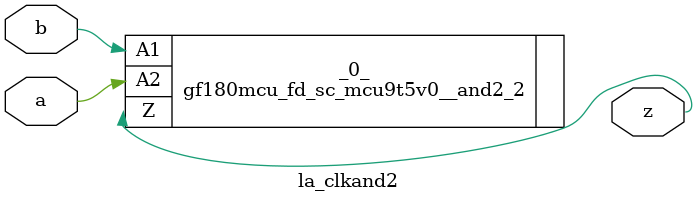
<source format=v>

/* Generated by Yosys 0.37 (git sha1 a5c7f69ed, clang 14.0.0-1ubuntu1.1 -fPIC -Os) */

module la_clkand2(a, b, z);
  input a;
  wire a;
  input b;
  wire b;
  output z;
  wire z;
  gf180mcu_fd_sc_mcu9t5v0__and2_2 _0_ (
    .A1(b),
    .A2(a),
    .Z(z)
  );
endmodule

</source>
